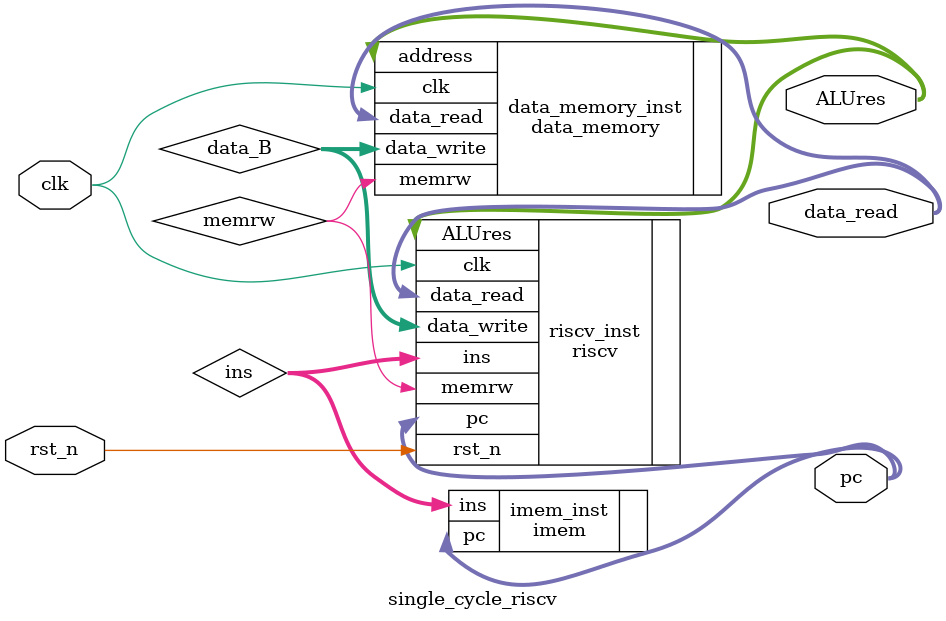
<source format=v>
module single_cycle_riscv (
    input clk,
    input rst_n,
    output [31:0] pc,
    output [31:0] ALUres, 
    output [31:0] data_read 
);
    wire [31:0] ins, data_B;
    wire memrw;

    // IMEM
    imem #(.COL(32), .ROW(256)) imem_inst (
        .pc (pc),
        .ins(ins)
    );

    data_memory data_memory_inst (
        .clk        (clk),
        .memrw      (memrw),
        .address    (ALUres),
        .data_write (data_B),
        .data_read  (data_read)
    );

    riscv riscv_inst (
        .clk(clk),
        .rst_n(rst_n),
        .ins(ins),
        .data_read(data_read),
        .memrw(memrw),
        .data_write(data_B),
        .ALUres(ALUres),
        .pc(pc)
    );

endmodule
</source>
